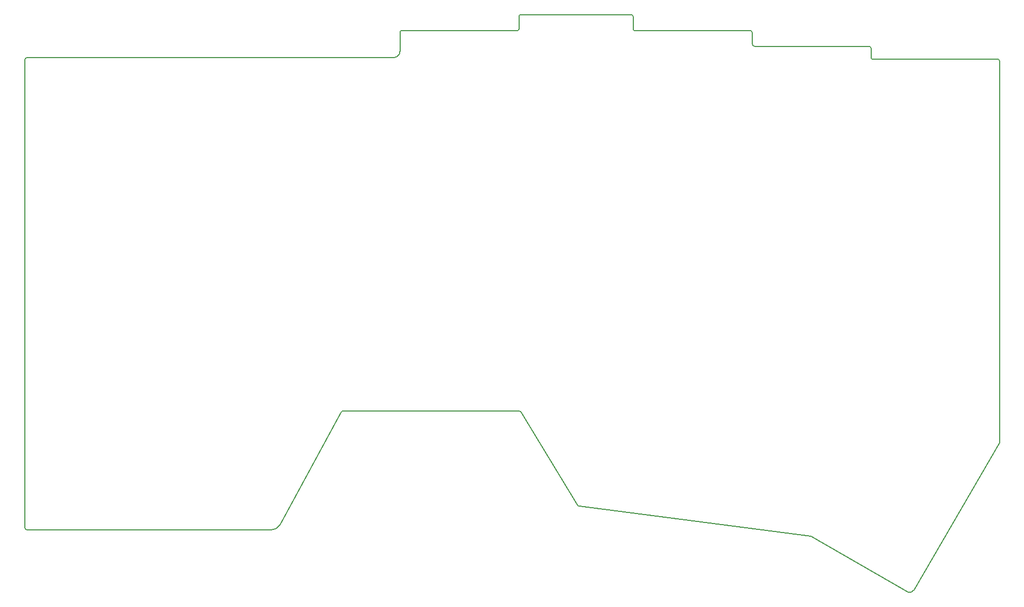
<source format=gm1>
G04 #@! TF.GenerationSoftware,KiCad,Pcbnew,(5.1.0)-1*
G04 #@! TF.CreationDate,2019-06-07T23:15:04+02:00*
G04 #@! TF.ProjectId,prkbd,70726b62-642e-46b6-9963-61645f706362,1*
G04 #@! TF.SameCoordinates,Original*
G04 #@! TF.FileFunction,Profile,NP*
%FSLAX46Y46*%
G04 Gerber Fmt 4.6, Leading zero omitted, Abs format (unit mm)*
G04 Created by KiCad (PCBNEW (5.1.0)-1) date 2019-06-07 23:15:04*
%MOMM*%
%LPD*%
G04 APERTURE LIST*
%ADD10C,0.150000*%
G04 APERTURE END LIST*
D10*
X42926000Y-140716000D02*
X64770000Y-140716000D01*
X42545000Y-65405000D02*
X42545000Y-140335000D01*
X64516000Y-65024000D02*
X42926000Y-65024000D01*
X42926000Y-140716000D02*
G75*
G02X42545000Y-140335000I0J381000D01*
G01*
X42545000Y-65405000D02*
G75*
G02X42926000Y-65024000I381000J0D01*
G01*
X82042000Y-140716000D02*
X64770000Y-140716000D01*
X93292395Y-121740395D02*
X83405107Y-139873554D01*
X95504000Y-121666000D02*
X93472000Y-121666000D01*
X93292395Y-121740395D02*
G75*
G02X93472000Y-121666000I179605J-179605D01*
G01*
X131064001Y-136800790D02*
X121919999Y-121771210D01*
X168402000Y-141732000D02*
X131318000Y-136906000D01*
X131318000Y-136906000D02*
G75*
G02X131064001Y-136800790I0J359209D01*
G01*
X119634000Y-121666000D02*
X95504000Y-121666000D01*
X121666000Y-121666000D02*
X119634000Y-121666000D01*
X121666000Y-121666000D02*
G75*
G02X121919999Y-121771210I0J-359209D01*
G01*
X183989683Y-150684455D02*
X168402000Y-141732000D01*
X198628000Y-126746000D02*
X184912000Y-150368000D01*
X184911999Y-150368000D02*
G75*
G02X183989683Y-150684455I-668317J445544D01*
G01*
X83405107Y-139873554D02*
G75*
G02X82042000Y-140716000I-1363107J681554D01*
G01*
X198628000Y-126746000D02*
X198628000Y-125984000D01*
X198628000Y-125984000D02*
X198628000Y-65532000D01*
X198374000Y-65278000D02*
G75*
G02X198628000Y-65532000I0J-254000D01*
G01*
X178308000Y-65278000D02*
X198374000Y-65278000D01*
X178054000Y-63500000D02*
X178054000Y-65024000D01*
X178308000Y-65278000D02*
G75*
G02X178054000Y-65024000I0J254000D01*
G01*
X177800000Y-63246000D02*
G75*
G02X178054000Y-63500000I0J-254000D01*
G01*
X159512000Y-63246000D02*
X177800000Y-63246000D01*
X159004000Y-62484000D02*
X159004000Y-62738000D01*
X159512000Y-63246000D02*
G75*
G02X159004000Y-62738000I0J508000D01*
G01*
X159004000Y-60960000D02*
X159004000Y-62484000D01*
X158750000Y-60706000D02*
G75*
G02X159004000Y-60960000I0J-254000D01*
G01*
X140208000Y-60706000D02*
X158750000Y-60706000D01*
X140208000Y-60706000D02*
G75*
G02X139954000Y-60452000I0J254000D01*
G01*
X139954000Y-58420000D02*
X139954000Y-60452000D01*
X121920000Y-58166000D02*
X139700000Y-58166000D01*
X139700000Y-58166000D02*
G75*
G02X139954000Y-58420000I0J-254000D01*
G01*
X121666000Y-58420000D02*
G75*
G02X121920000Y-58166000I254000J0D01*
G01*
X121666000Y-60452000D02*
X121666000Y-58420000D01*
X121158000Y-60706000D02*
X121412000Y-60706000D01*
X121666000Y-60452000D02*
G75*
G02X121412000Y-60706000I-254000J0D01*
G01*
X120650000Y-60706000D02*
X121158000Y-60706000D01*
X102870000Y-60706000D02*
X120650000Y-60706000D01*
X102616000Y-60960000D02*
G75*
G02X102870000Y-60706000I254000J0D01*
G01*
X102616000Y-64008000D02*
X102616000Y-60960000D01*
X102616000Y-64008000D02*
G75*
G02X101600000Y-65024000I-1016000J0D01*
G01*
X64516000Y-65024000D02*
X101600000Y-65024000D01*
M02*

</source>
